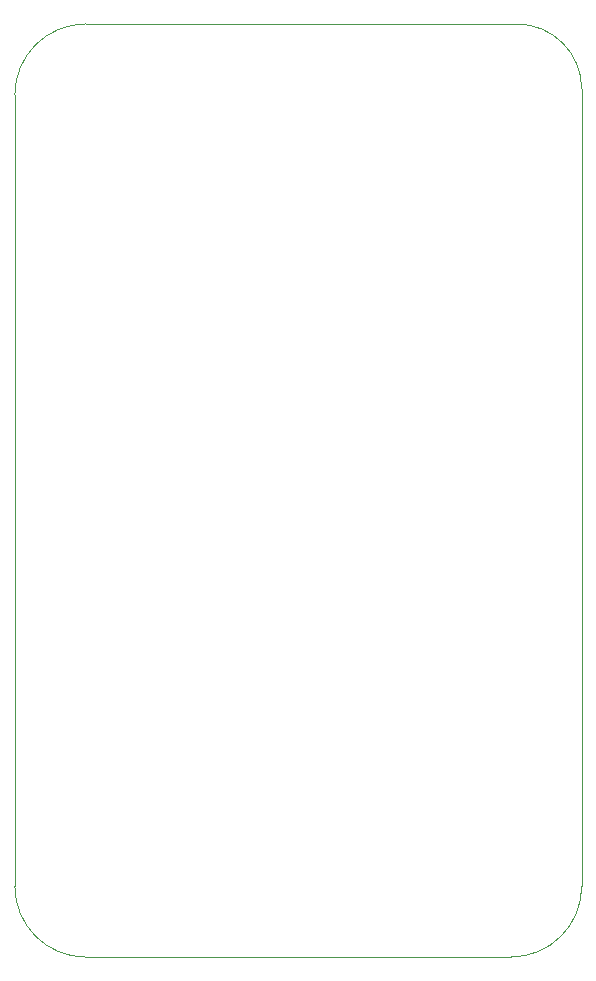
<source format=gko>
%TF.GenerationSoftware,KiCad,Pcbnew,(6.0.1)*%
%TF.CreationDate,2022-06-02T14:42:03-04:00*%
%TF.ProjectId,I2CIO16-DB25,49324349-4f31-4362-9d44-4232352e6b69,X1*%
%TF.SameCoordinates,Original*%
%TF.FileFunction,Profile,NP*%
%FSLAX46Y46*%
G04 Gerber Fmt 4.6, Leading zero omitted, Abs format (unit mm)*
G04 Created by KiCad (PCBNEW (6.0.1)) date 2022-06-02 14:42:03*
%MOMM*%
%LPD*%
G01*
G04 APERTURE LIST*
%TA.AperFunction,Profile*%
%ADD10C,0.100000*%
%TD*%
G04 APERTURE END LIST*
D10*
X42000000Y-79000000D02*
G75*
G03*
X48000000Y-73000000I1J5999999D01*
G01*
X48000000Y-73000000D02*
X48000000Y-6000000D01*
X6000000Y0D02*
G75*
G03*
X0Y-6000000I-1J-5999999D01*
G01*
X48000000Y-5500000D02*
G75*
G03*
X42500000Y0I-5500001J-1D01*
G01*
X6000000Y-79000000D02*
X42000000Y-79000000D01*
X42500000Y0D02*
X6000000Y0D01*
X0Y-6000000D02*
X0Y-73000000D01*
X0Y-73000000D02*
G75*
G03*
X6000000Y-79000000I5999999J-1D01*
G01*
X48000000Y-5500000D02*
X48000000Y-6000000D01*
M02*

</source>
